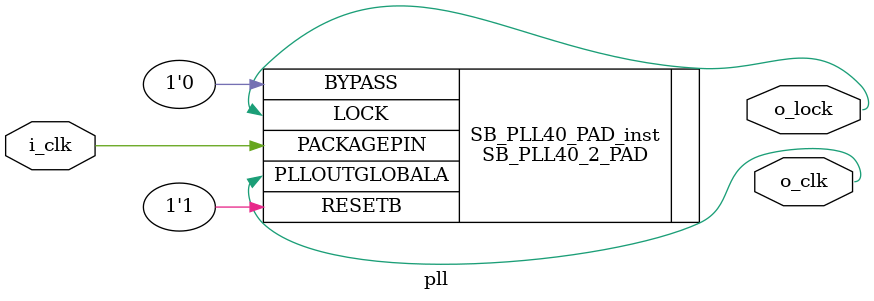
<source format=v>
module pll (
    input i_clk,
    output o_clk,
    output o_lock
);
    // Generated by icepll -i 12 -o 20

    // F_PLLIN:    12.000 MHz (given)
    // F_PLLOUT:   40.000 MHz (requested)
    // F_PLLOUT:   39.750 MHz (achieved)

    // FEEDBACK: SIMPLE
    // F_PFD:   12.000 MHz
    // F_VCO:  636.000 MHz

    // DIVR:  0 (4'b0000)
    // DIVF: 52 (7'b0110100)
    // DIVQ:  5 (3'b100)

    // FILTER_RANGE: 1 (3'b001)

    // Phase locked loop
    SB_PLL40_2_PAD #(
    .FEEDBACK_PATH("SIMPLE"),
    .DIVR(4'b0000),
    .DIVF(7'b0110100),
    .DIVQ(3'b100),
    .FILTER_RANGE(3'b001)
    ) SB_PLL40_PAD_inst (
        .LOCK(o_lock),
        .RESETB(1'b1),
        .BYPASS(1'b0),
        .PACKAGEPIN(i_clk),
        .PLLOUTGLOBALA(o_clk)
    );

endmodule

</source>
